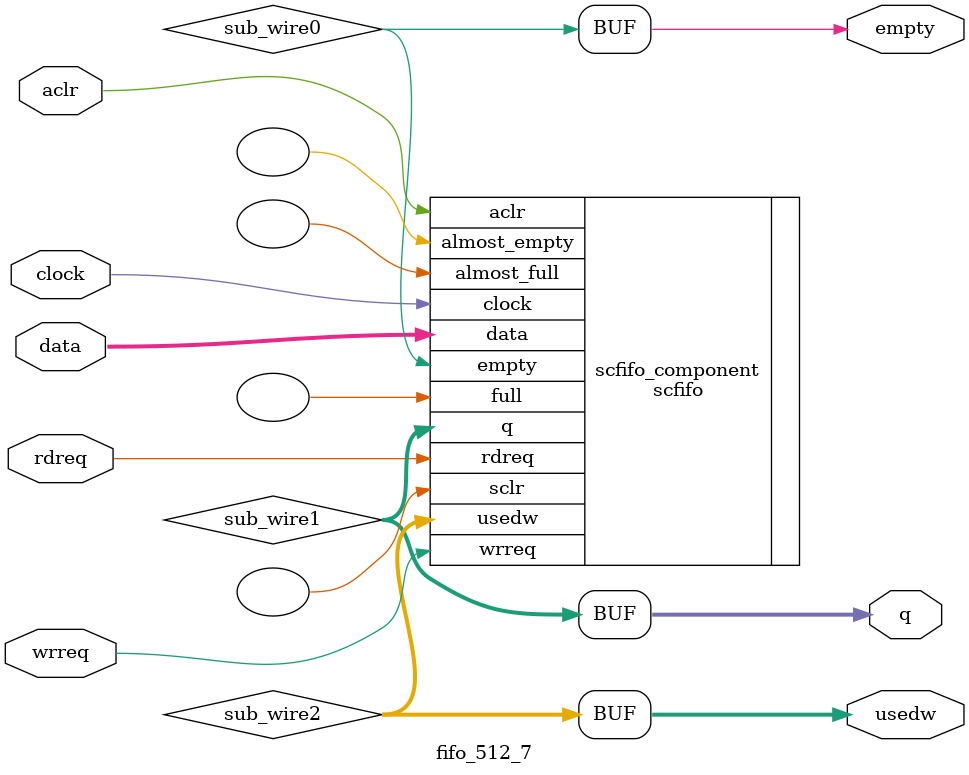
<source format=v>
module fifo_512_7 (
	aclr,
	clock,
	data,
	rdreq,
	wrreq,
	empty,
	q,
	usedw);
	input	  aclr;
	input	  clock;
	input	[6:0]  data;
	input	  rdreq;
	input	  wrreq;
	output	  empty;
	output	[6:0]  q;
	output	[8:0]  usedw;
	wire  sub_wire0;
	wire [6:0] sub_wire1;
	wire [8:0] sub_wire2;
	wire  empty = sub_wire0;
	wire [6:0] q = sub_wire1[6:0];
	wire [8:0] usedw = sub_wire2[8:0];
	scfifo	scfifo_component (
				.aclr (aclr),
				.clock (clock),
				.data (data),
				.rdreq (rdreq),
				.wrreq (wrreq),
				.empty (sub_wire0),
				.q (sub_wire1),
				.usedw (sub_wire2),
				.almost_empty (),
				.almost_full (),
				.full (),
				.sclr ());
	defparam
		scfifo_component.add_ram_output_register = "ON",
		scfifo_component.intended_device_family = "Stratix V",
		scfifo_component.lpm_numwords = 512,
		scfifo_component.lpm_showahead = "ON",
		scfifo_component.lpm_type = "scfifo",
		scfifo_component.lpm_width = 7,
		scfifo_component.lpm_widthu = 9,
		scfifo_component.overflow_checking = "OFF",
		scfifo_component.underflow_checking = "OFF",
		scfifo_component.use_eab = "ON";
endmodule
</source>
